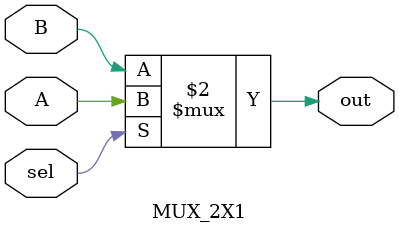
<source format=v>
`timescale 1ns / 1ps
/******************************************************************* 
* 
* Module: MUX_2X1.v 
* Project: Arch_proj1 
* Author: Arwa Abdelkarim arwaabdelkarim@aucegypt.edu
          Farida Bey      farida.bey@aucegypt.edu
          
* Description: 
* 
* Change history: 21/10/2024 - Created module at home
**********************************************************************/ 

module MUX_2X1( 
    input A,
    input B, 
    input sel, 
    output out
    );
    
assign out = (sel == 1'b0) ? B: A;
// A if 1, B if 0 

endmodule

</source>
